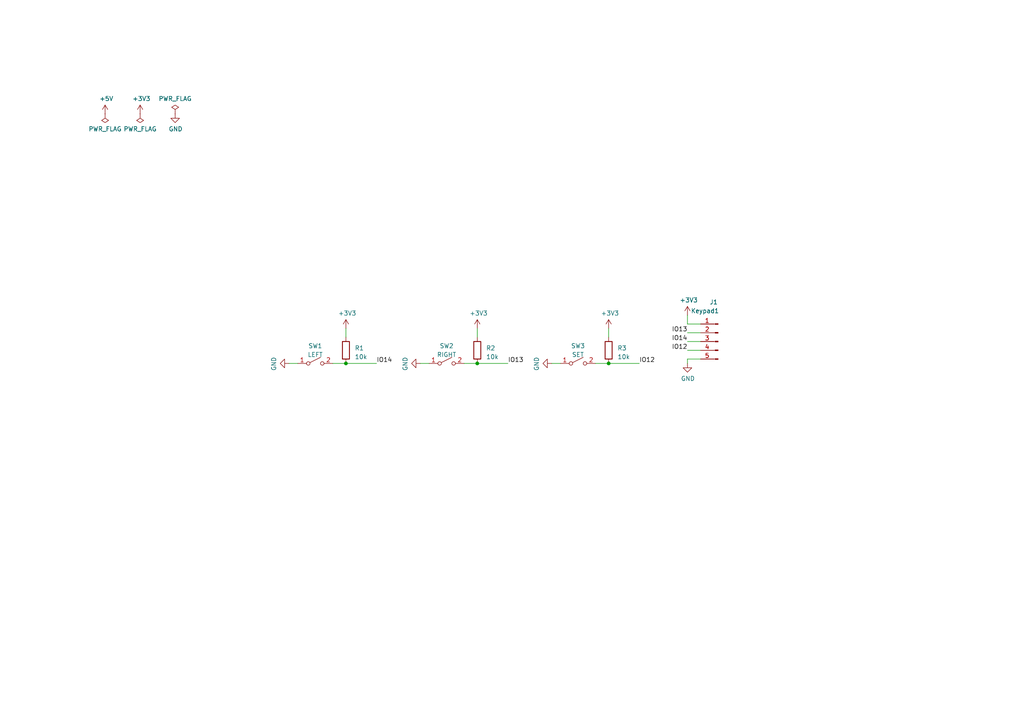
<source format=kicad_sch>
(kicad_sch (version 20230121) (generator eeschema)
  (paper "A4")
  (lib_symbols
    (symbol "Connector:Conn_01x05_Pin" (pin_names (offset 1.016) hide)
      (property "Reference" "J" (at 0 7.62 0))
      (property "Value" "Conn_01x05_Pin" (at 0 -7.62 0))
      (symbol "Conn_01x05_Pin_1_1"
        (polyline (pts (xy 1.27 -5.08) (xy 0.8636 -5.08)) (stroke (width 0.1524)))
        (polyline (pts (xy 1.27 -2.54) (xy 0.8636 -2.54)) (stroke (width 0.1524)))
        (polyline (pts (xy 1.27 0) (xy 0.8636 0)) (stroke (width 0.1524)))
        (polyline (pts (xy 1.27 2.54) (xy 0.8636 2.54)) (stroke (width 0.1524)))
        (polyline (pts (xy 1.27 5.08) (xy 0.8636 5.08)) (stroke (width 0.1524)))
        (rectangle (start 0.8636 -4.953) (end 0 -5.207) (stroke (width 0.1524)) (fill (type outline)))
        (rectangle (start 0.8636 -2.413) (end 0 -2.667) (stroke (width 0.1524)) (fill (type outline)))
        (rectangle (start 0.8636 0.127) (end 0 -0.127) (stroke (width 0.1524)) (fill (type outline)))
        (rectangle (start 0.8636 2.667) (end 0 2.413) (stroke (width 0.1524)) (fill (type outline)))
        (rectangle (start 0.8636 5.207) (end 0 4.953) (stroke (width 0.1524)) (fill (type outline)))
        (pin passive line (at 5.08 5.08 180) (length 3.81) (name "Pin_1") (number "1"))
        (pin passive line (at 5.08 2.54 180) (length 3.81) (name "Pin_2") (number "2"))
        (pin passive line (at 5.08 0 180) (length 3.81) (name "Pin_3") (number "3"))
        (pin passive line (at 5.08 -2.54 180) (length 3.81) (name "Pin_4") (number "4"))
        (pin passive line (at 5.08 -5.08 180) (length 3.81) (name "Pin_5") (number "5"))
      )
    )
    (symbol "Device:R" (pin_numbers hide) (pin_names (offset 0))
      (property "Reference" "R" (at 2.032 0 90))
      (property "Value" "R" (at 0 0 90))
      (symbol "R_0_1"
        (rectangle (start -1.016 -2.54) (end 1.016 2.54) (stroke (width 0.254)))
      )
      (symbol "R_1_1"
        (pin passive line (at 0 3.81 270) (length 1.27) (name "~") (number "1"))
        (pin passive line (at 0 -3.81 90) (length 1.27) (name "~") (number "2"))
      )
    )
    (symbol "Switch:SW_SPST" (pin_names (offset 0) hide)
      (property "Reference" "SW" (at 0 3.175 0))
      (property "Value" "SW_SPST" (at 0 -2.54 0))
      (symbol "SW_SPST_0_0"
        (circle (center -2.032 0) (radius 0.508))
        (polyline (pts (xy -1.524 0.254) (xy 1.524 1.778)))
        (circle (center 2.032 0) (radius 0.508))
      )
      (symbol "SW_SPST_1_1"
        (pin passive line (at -5.08 0 0) (length 2.54) (name "A") (number "1"))
        (pin passive line (at 5.08 0 180) (length 2.54) (name "B") (number "2"))
      )
    )
    (symbol "power:+3V3" (power) (pin_names (offset 0))
      (property "Value" "+3V3" (at 0 3.556 0))
      (symbol "+3V3_0_1"
        (polyline (pts (xy -0.762 1.27) (xy 0 2.54)))
        (polyline (pts (xy 0 0) (xy 0 2.54)))
        (polyline (pts (xy 0 2.54) (xy 0.762 1.27)))
      )
      (symbol "+3V3_1_1"
        (pin power_in line (at 0 0 90) (length 0) hide (name "+3V3") (number "1"))
      )
    )
    (symbol "power:+5V" (power) (pin_names (offset 0))
      (property "Value" "+5V" (at 0 3.556 0))
      (symbol "+5V_0_1"
        (polyline (pts (xy -0.762 1.27) (xy 0 2.54)))
        (polyline (pts (xy 0 0) (xy 0 2.54)))
        (polyline (pts (xy 0 2.54) (xy 0.762 1.27)))
      )
      (symbol "+5V_1_1"
        (pin power_in line (at 0 0 90) (length 0) hide (name "+5V") (number "1"))
      )
    )
    (symbol "power:GND" (power) (pin_names (offset 0))
      (property "Value" "GND" (at 0 -3.81 0))
      (symbol "GND_0_1"
        (polyline (pts (xy 0 0) (xy 0 -1.27) (xy 1.27 -1.27) (xy 0 -2.54) (xy -1.27 -1.27) (xy 0 -1.27)))
      )
      (symbol "GND_1_1"
        (pin power_in line (at 0 0 270) (length 0) hide (name "GND") (number "1"))
      )
    )
    (symbol "power:PWR_FLAG" (power) (pin_numbers hide) (pin_names (offset 0) hide)
      (property "Value" "PWR_FLAG" (at 0 3.81 0))
      (symbol "PWR_FLAG_0_0"
        (pin power_out line (at 0 0 90) (length 0) (name "pwr") (number "1"))
      )
      (symbol "PWR_FLAG_0_1"
        (polyline (pts (xy 0 0) (xy 0 1.27) (xy -1.016 1.905) (xy 0 2.54) (xy 1.016 1.905) (xy 0 1.27)))
      )
    )
  )
  (junction (at 100.33 105.41))
  (junction (at 176.53 105.41))
  (junction (at 138.43 105.41))
  (wire (pts (xy 83.82 105.41) (xy 86.36 105.41)))
  (wire (pts (xy 100.33 105.41) (xy 109.22 105.41)))
  (wire (pts (xy 121.92 105.41) (xy 124.46 105.41)))
  (wire (pts (xy 199.39 93.98) (xy 203.2 93.98)))
  (wire (pts (xy 134.62 105.41) (xy 138.43 105.41)))
  (wire (pts (xy 199.39 91.44) (xy 199.39 93.98)))
  (wire (pts (xy 199.39 99.06) (xy 203.2 99.06)))
  (wire (pts (xy 160.02 105.41) (xy 162.56 105.41)))
  (wire (pts (xy 138.43 95.25) (xy 138.43 97.79)))
  (wire (pts (xy 96.52 105.41) (xy 100.33 105.41)))
  (wire (pts (xy 138.43 105.41) (xy 147.32 105.41)))
  (wire (pts (xy 199.39 104.14) (xy 199.39 105.41)))
  (wire (pts (xy 176.53 95.25) (xy 176.53 97.79)))
  (wire (pts (xy 203.2 96.52) (xy 199.39 96.52)))
  (wire (pts (xy 176.53 105.41) (xy 185.42 105.41)))
  (wire (pts (xy 100.33 95.25) (xy 100.33 97.79)))
  (wire (pts (xy 199.39 101.6) (xy 203.2 101.6)))
  (wire (pts (xy 203.2 104.14) (xy 199.39 104.14)))
  (wire (pts (xy 172.72 105.41) (xy 176.53 105.41)))
  (label "IO13" (at 147.32 105.41 0))
  (label "IO12" (at 199.39 101.6 180))
  (label "IO14" (at 199.39 99.06 180))
  (label "IO13" (at 199.39 96.52 180))
  (label "IO12" (at 185.42 105.41 0))
  (label "IO14" (at 109.22 105.41 0))
  (symbol (lib_id "power:PWR_FLAG") (at 50.8 33.02 0) (unit 1)
    (property "Reference" "#FLG03" (effects hide))
    (property "Value" "PWR_FLAG" (at 50.8 28.6258 0))
  )
  (symbol (lib_id "power:+3V3") (at 100.33 95.25 0) (unit 1)
    (property "Reference" "#PWR02" (effects hide))
    (property "Value" "+3V3" (at 100.711 90.8558 0))
  )
  (symbol (lib_id "power:+5V") (at 30.48 33.02 0) (unit 1)
    (property "Reference" "#PWR09" (effects hide))
    (property "Value" "+5V" (at 30.861 28.6258 0))
  )
  (symbol (lib_id "power:PWR_FLAG") (at 40.64 33.02 180) (unit 1)
    (property "Reference" "#FLG02" (effects hide))
    (property "Value" "PWR_FLAG" (at 40.64 37.4142 0))
  )
  (symbol (lib_id "power:+3V3") (at 199.39 91.44 0) (unit 1)
    (property "Reference" "#PWR07" (effects hide))
    (property "Value" "+3V3" (at 199.771 87.0458 0))
  )
  (symbol (lib_id "Switch:SW_SPST") (at 91.44 105.41 0) (unit 1)
    (property "Reference" "SW1" (at 91.44 100.33 0))
    (property "Value" "LEFT" (at 91.44 102.87 0))
    (property "Footprint" "Button_Switch_SMD:SW_SPST_FSMSM" (effects hide))
  )
  (symbol (lib_id "power:+3V3") (at 40.64 33.02 0) (unit 1)
    (property "Reference" "#PWR010" (effects hide))
    (property "Value" "+3V3" (at 41.021 28.6258 0))
  )
  (symbol (lib_id "Switch:SW_SPST") (at 129.54 105.41 0) (unit 1)
    (property "Reference" "SW2" (at 129.54 100.33 0))
    (property "Value" "RIGHT" (at 129.54 102.87 0))
    (property "Footprint" "Button_Switch_SMD:SW_SPST_FSMSM" (effects hide))
  )
  (symbol (lib_id "power:GND") (at 83.82 105.41 270) (unit 1)
    (property "Reference" "#PWR01" (effects hide))
    (property "Value" "GND" (at 79.4258 105.537 0))
  )
  (symbol (lib_id "Device:R") (at 100.33 101.6 0) (unit 1)
    (property "Reference" "R1" (at 102.87 100.965 0) (effects (justify left)))
    (property "Value" "10k" (at 102.87 103.505 0) (effects (justify left)))
    (property "Footprint" "Resistor_SMD:R_1206_3216Metric_Pad1.30x1.75mm_HandSolder" (effects hide))
  )
  (symbol (lib_id "Device:R") (at 138.43 101.6 0) (unit 1)
    (property "Reference" "R2" (at 140.97 100.965 0) (effects (justify left)))
    (property "Value" "10k" (at 140.97 103.505 0) (effects (justify left)))
    (property "Footprint" "Resistor_SMD:R_1206_3216Metric_Pad1.30x1.75mm_HandSolder" (effects hide))
  )
  (symbol (lib_id "power:+3V3") (at 176.53 95.25 0) (unit 1)
    (property "Reference" "#PWR06" (effects hide))
    (property "Value" "+3V3" (at 176.911 90.8558 0))
  )
  (symbol (lib_id "power:GND") (at 50.8 33.02 0) (unit 1)
    (property "Reference" "#PWR011" (effects hide))
    (property "Value" "GND" (at 50.927 37.4142 0))
  )
  (symbol (lib_id "power:GND") (at 160.02 105.41 270) (unit 1)
    (property "Reference" "#PWR05" (effects hide))
    (property "Value" "GND" (at 155.6258 105.537 0))
  )
  (symbol (lib_id "power:PWR_FLAG") (at 30.48 33.02 180) (unit 1)
    (property "Reference" "#FLG01" (effects hide))
    (property "Value" "PWR_FLAG" (at 30.48 37.4142 0))
  )
  (symbol (lib_id "Device:R") (at 176.53 101.6 0) (unit 1)
    (property "Reference" "R3" (at 179.07 100.965 0) (effects (justify left)))
    (property "Value" "10k" (at 179.07 103.505 0) (effects (justify left)))
    (property "Footprint" "Resistor_SMD:R_1206_3216Metric_Pad1.30x1.75mm_HandSolder" (effects hide))
  )
  (symbol (lib_id "Connector:Conn_01x05_Pin") (at 208.28 99.06 0) (mirror y) (unit 1)
    (property "Reference" "J1" (at 207.01 87.63 0))
    (property "Value" "Keypad1" (at 204.47 90.17 0))
    (property "Footprint" "Connector_PinHeader_2.54mm:PinHeader_1x05_P2.54mm_Vertical" (effects hide))
  )
  (symbol (lib_id "power:GND") (at 199.39 105.41 0) (unit 1)
    (property "Reference" "#PWR08" (effects hide))
    (property "Value" "GND" (at 199.517 109.8042 0))
  )
  (symbol (lib_id "Switch:SW_SPST") (at 167.64 105.41 0) (unit 1)
    (property "Reference" "SW3" (at 167.64 100.33 0))
    (property "Value" "SET" (at 167.64 102.87 0))
    (property "Footprint" "Button_Switch_SMD:SW_SPST_FSMSM" (effects hide))
  )
  (symbol (lib_id "power:+3V3") (at 138.43 95.25 0) (unit 1)
    (property "Reference" "#PWR04" (effects hide))
    (property "Value" "+3V3" (at 138.811 90.8558 0))
  )
  (symbol (lib_id "power:GND") (at 121.92 105.41 270) (unit 1)
    (property "Reference" "#PWR03" (effects hide))
    (property "Value" "GND" (at 117.5258 105.537 0))
  )
)
</source>
